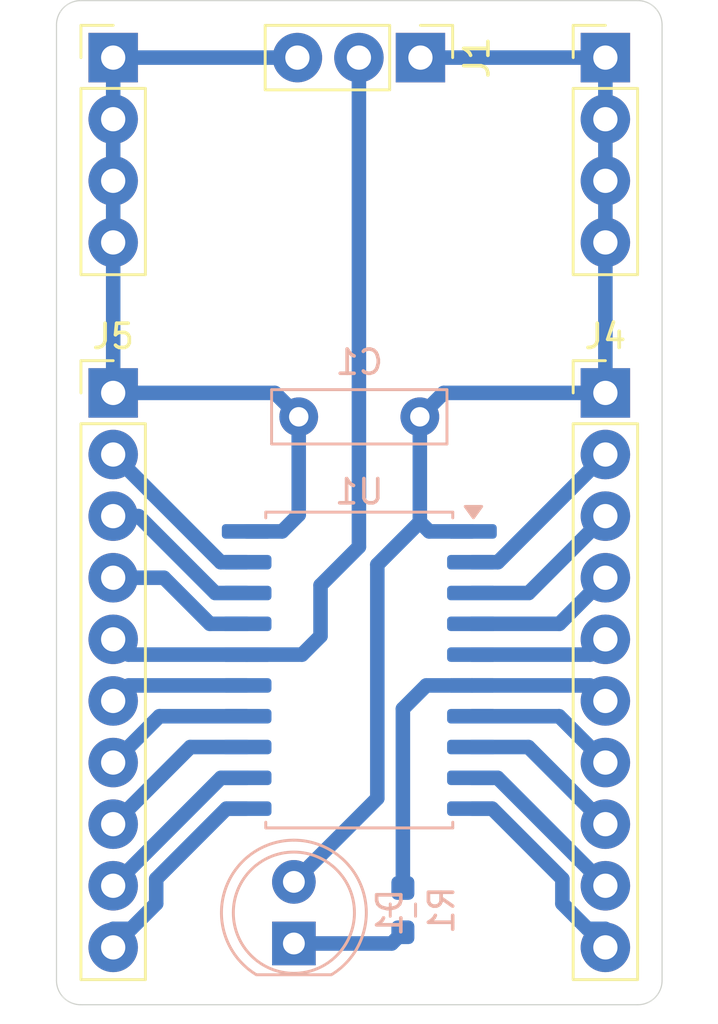
<source format=kicad_pcb>
(kicad_pcb (version 20240108) (generator "pcbnew") (generator_version "8.0")
  (layers (0 "F.Cu" signal) (31 "B.Cu" signal) (34 "B.Paste" user) (35 "F.Paste" user) (36 "B.SilkS" user "B.Silkscreen") (37 "F.SilkS" user "F.Silkscreen") (38 "B.Mask" user) (39 "F.Mask" user) (44 "Edge.Cuts" user))
  (net 0 "")
  (net 1 "+5V")
  (net 2 "GND")
  (net 3 "Net-(D1-K)")
  (net 4 "/UPDI")
  (net 5 "/PB2")
  (net 6 "/PA7")
  (net 7 "/PB3")
  (net 8 "/PA6")
  (net 9 "/PB4")
  (net 10 "/PB1")
  (net 11 "/PB5")
  (net 12 "/PA5")
  (net 13 "/PA4")
  (net 14 "/PA3")
  (net 15 "/PA1")
  (net 16 "/PC1")
  (net 17 "/PC0")
  (net 18 "/PC2")
  (net 19 "/PB0")
  (net 20 "/PC3")
  (net 21 "/PA2")
  (footprint "pl_mill:PinHeader_1x04_P2.54mm_Vertical" (layer "F.Cu") (at 160.16 78.56)
    (property "Reference" "J2" (hide yes))
    (property "Value" "5V")
    (fp_line (start -1.33 -5.14) (end 0 -5.14) (stroke (width 0.12)) (layer "F.SilkS"))
    (fp_line (start -1.33 -3.81) (end -1.33 -5.14) (stroke (width 0.12)) (layer "F.SilkS"))
    (fp_line (start -1.33 -2.54) (end -1.33 5.14) (stroke (width 0.12)) (layer "F.SilkS"))
    (fp_line (start -1.33 -2.54) (end 1.33 -2.54) (stroke (width 0.12)) (layer "F.SilkS"))
    (fp_line (start -1.33 5.14) (end 1.33 5.14) (stroke (width 0.12)) (layer "F.SilkS"))
    (fp_line (start 1.33 -2.54) (end 1.33 5.14) (stroke (width 0.12)) (layer "F.SilkS"))
    (pad "1" thru_hole rect (at 0 -3.81) (size 2.04 2.04) (drill 1) (layers "*.Cu" "*.Mask") (net 1 "+5V"))
    (pad "2" thru_hole oval (at 0 -1.27) (size 2.04 2.04) (drill 1) (layers "*.Cu" "*.Mask") (net 1 "+5V"))
    (pad "3" thru_hole oval (at 0 1.27) (size 2.04 2.04) (drill 1) (layers "*.Cu" "*.Mask") (net 1 "+5V"))
    (pad "4" thru_hole oval (at 0 3.81) (size 2.04 2.04) (drill 1) (layers "*.Cu" "*.Mask") (net 1 "+5V"))
  )
  (footprint "pl_mill:PinHeader_1x10_P2.54mm_Vertical" (layer "F.Cu") (at 160.16 88.575)
    (property "Reference" "J4" (at 0 -2.33 0) (layer "F.SilkS"))
    (property "Value" "Conn_01x10")
    (fp_line (start -1.33 -1.33) (end 0 -1.33) (stroke (width 0.12)) (layer "F.SilkS"))
    (fp_line (start -1.33 0) (end -1.33 -1.33) (stroke (width 0.12)) (layer "F.SilkS"))
    (fp_line (start -1.33 1.27) (end -1.33 24.19) (stroke (width 0.12)) (layer "F.SilkS"))
    (fp_line (start -1.33 1.27) (end 1.33 1.27) (stroke (width 0.12)) (layer "F.SilkS"))
    (fp_line (start -1.33 24.19) (end 1.33 24.19) (stroke (width 0.12)) (layer "F.SilkS"))
    (fp_line (start 1.33 1.27) (end 1.33 24.19) (stroke (width 0.12)) (layer "F.SilkS"))
    (pad "1" thru_hole rect (at 0 0) (size 2.04 2.04) (drill 1) (layers "*.Cu" "*.Mask") (net 1 "+5V"))
    (pad "2" thru_hole oval (at 0 2.54) (size 2.04 2.04) (drill 1) (layers "*.Cu" "*.Mask") (net 13 "/PA4"))
    (pad "3" thru_hole oval (at 0 5.08) (size 2.04 2.04) (drill 1) (layers "*.Cu" "*.Mask") (net 12 "/PA5"))
    (pad "4" thru_hole oval (at 0 7.62) (size 2.04 2.04) (drill 1) (layers "*.Cu" "*.Mask") (net 8 "/PA6"))
    (pad "5" thru_hole oval (at 0 10.16) (size 2.04 2.04) (drill 1) (layers "*.Cu" "*.Mask") (net 6 "/PA7"))
    (pad "6" thru_hole oval (at 0 12.7) (size 2.04 2.04) (drill 1) (layers "*.Cu" "*.Mask") (net 11 "/PB5"))
    (pad "7" thru_hole oval (at 0 15.24) (size 2.04 2.04) (drill 1) (layers "*.Cu" "*.Mask") (net 9 "/PB4"))
    (pad "8" thru_hole oval (at 0 17.78) (size 2.04 2.04) (drill 1) (layers "*.Cu" "*.Mask") (net 7 "/PB3"))
    (pad "9" thru_hole oval (at 0 20.32) (size 2.04 2.04) (drill 1) (layers "*.Cu" "*.Mask") (net 5 "/PB2"))
    (pad "10" thru_hole oval (at 0 22.86) (size 2.04 2.04) (drill 1) (layers "*.Cu" "*.Mask") (net 10 "/PB1"))
  )
  (footprint "pl_mill:PinHeader_1x03_P2.54mm_Vertical" (layer "F.Cu") (at 152.525 74.75 -90)
    (property "Reference" "J1" (at 0 -2.33 90) (layer "F.SilkS"))
    (property "Value" "PROG")
    (fp_line (start -1.33 6.41) (end 1.33 6.41) (stroke (width 0.12)) (layer "F.SilkS"))
    (fp_line (start -1.33 1.27) (end -1.33 6.41) (stroke (width 0.12)) (layer "F.SilkS"))
    (fp_line (start -1.33 1.27) (end 1.33 1.27) (stroke (width 0.12)) (layer "F.SilkS"))
    (fp_line (start 1.33 1.27) (end 1.33 6.41) (stroke (width 0.12)) (layer "F.SilkS"))
    (fp_line (start -1.33 0) (end -1.33 -1.33) (stroke (width 0.12)) (layer "F.SilkS"))
    (fp_line (start -1.33 -1.33) (end 0 -1.33) (stroke (width 0.12)) (layer "F.SilkS"))
    (pad "1" thru_hole rect (at 0 0 270) (size 2.04 2.04) (drill 1) (layers "*.Cu" "*.Mask") (net 1 "+5V"))
    (pad "2" thru_hole oval (at 0 2.54 270) (size 2.04 2.04) (drill 1) (layers "*.Cu" "*.Mask") (net 4 "/UPDI"))
    (pad "3" thru_hole oval (at 0 5.08 270) (size 2.04 2.04) (drill 1) (layers "*.Cu" "*.Mask") (net 2 "GND"))
  )
  (footprint "pl_mill:PinHeader_1x04_P2.54mm_Vertical" (layer "F.Cu") (at 139.84 78.56)
    (property "Reference" "J3" (hide yes))
    (property "Value" "GND")
    (fp_line (start -1.33 -5.14) (end 0 -5.14) (stroke (width 0.12)) (layer "F.SilkS"))
    (fp_line (start -1.33 -3.81) (end -1.33 -5.14) (stroke (width 0.12)) (layer "F.SilkS"))
    (fp_line (start -1.33 -2.54) (end -1.33 5.14) (stroke (width 0.12)) (layer "F.SilkS"))
    (fp_line (start -1.33 -2.54) (end 1.33 -2.54) (stroke (width 0.12)) (layer "F.SilkS"))
    (fp_line (start -1.33 5.14) (end 1.33 5.14) (stroke (width 0.12)) (layer "F.SilkS"))
    (fp_line (start 1.33 -2.54) (end 1.33 5.14) (stroke (width 0.12)) (layer "F.SilkS"))
    (pad "1" thru_hole rect (at 0 -3.81) (size 2.04 2.04) (drill 1) (layers "*.Cu" "*.Mask") (net 2 "GND"))
    (pad "2" thru_hole oval (at 0 -1.27) (size 2.04 2.04) (drill 1) (layers "*.Cu" "*.Mask") (net 2 "GND"))
    (pad "3" thru_hole oval (at 0 1.27) (size 2.04 2.04) (drill 1) (layers "*.Cu" "*.Mask") (net 2 "GND"))
    (pad "4" thru_hole oval (at 0 3.81) (size 2.04 2.04) (drill 1) (layers "*.Cu" "*.Mask") (net 2 "GND"))
  )
  (footprint "pl_mill:PinHeader_1x10_P2.54mm_Vertical" (layer "F.Cu") (at 139.84 88.575)
    (property "Reference" "J5" (at 0 -2.33 0) (layer "F.SilkS"))
    (property "Value" "Conn_01x10")
    (fp_line (start -1.33 -1.33) (end 0 -1.33) (stroke (width 0.12)) (layer "F.SilkS"))
    (fp_line (start -1.33 0) (end -1.33 -1.33) (stroke (width 0.12)) (layer "F.SilkS"))
    (fp_line (start -1.33 1.27) (end -1.33 24.19) (stroke (width 0.12)) (layer "F.SilkS"))
    (fp_line (start -1.33 1.27) (end 1.33 1.27) (stroke (width 0.12)) (layer "F.SilkS"))
    (fp_line (start -1.33 24.19) (end 1.33 24.19) (stroke (width 0.12)) (layer "F.SilkS"))
    (fp_line (start 1.33 1.27) (end 1.33 24.19) (stroke (width 0.12)) (layer "F.SilkS"))
    (pad "1" thru_hole rect (at 0 0) (size 2.04 2.04) (drill 1) (layers "*.Cu" "*.Mask") (net 2 "GND"))
    (pad "2" thru_hole oval (at 0 2.54) (size 2.04 2.04) (drill 1) (layers "*.Cu" "*.Mask") (net 14 "/PA3"))
    (pad "3" thru_hole oval (at 0 5.08) (size 2.04 2.04) (drill 1) (layers "*.Cu" "*.Mask") (net 21 "/PA2"))
    (pad "4" thru_hole oval (at 0 7.62) (size 2.04 2.04) (drill 1) (layers "*.Cu" "*.Mask") (net 15 "/PA1"))
    (pad "5" thru_hole oval (at 0 10.16) (size 2.04 2.04) (drill 1) (layers "*.Cu" "*.Mask") (net 4 "/UPDI"))
    (pad "6" thru_hole oval (at 0 12.7) (size 2.04 2.04) (drill 1) (layers "*.Cu" "*.Mask") (net 20 "/PC3"))
    (pad "7" thru_hole oval (at 0 15.24) (size 2.04 2.04) (drill 1) (layers "*.Cu" "*.Mask") (net 18 "/PC2"))
    (pad "8" thru_hole oval (at 0 17.78) (size 2.04 2.04) (drill 1) (layers "*.Cu" "*.Mask") (net 16 "/PC1"))
    (pad "9" thru_hole oval (at 0 20.32) (size 2.04 2.04) (drill 1) (layers "*.Cu" "*.Mask") (net 17 "/PC0"))
    (pad "10" thru_hole oval (at 0 22.86) (size 2.04 2.04) (drill 1) (layers "*.Cu" "*.Mask") (net 19 "/PB0"))
  )
  (footprint "LED_THT:LED_D5.0mm" (layer "B.Cu") (at 147.3 111.275 90)
    (property "Reference" "D1" (at 1.27 3.96 90) (layer "B.SilkS") (effects (justify mirror)))
    (property "Value" "LED")
    (fp_line (start -1.29 -1.545) (end -1.29 1.545) (stroke (width 0.12)) (layer "B.SilkS"))
    (fp_arc (start -1.29 -1.54483) (mid 2.072002 -2.880433) (end 4.26 0.000462) (stroke (width 0.12)) (layer "B.SilkS"))
    (fp_arc (start 4.26 -0.000462) (mid 2.072002 2.880433) (end -1.29 1.54483) (stroke (width 0.12)) (layer "B.SilkS"))
    (fp_circle (center 1.27 0) (end 3.77 0) (stroke (width 0.12)) (fill none) (layer "B.SilkS"))
    (pad "1" thru_hole rect (at 0 0 90) (size 1.8 1.8) (drill 0.9) (layers "*.Cu" "*.Mask") (net 3 "Net-(D1-K)"))
    (pad "2" thru_hole circle (at 2.54 0 90) (size 1.8 1.8) (drill 0.9) (layers "*.Cu" "*.Mask") (net 1 "+5V"))
  )
  (footprint "Package_SO:SOIC-20W_7.5x12.8mm_P1.27mm" (layer "B.Cu") (at 150 100 180)
    (property "Reference" "U1" (at 0 7.35 180) (layer "B.SilkS") (effects (justify mirror)))
    (property "Value" "ATtiny416-S")
    (fp_line (start 3.86 6.51) (end 0 6.51) (stroke (width 0.12)) (layer "B.SilkS"))
    (fp_line (start 3.86 6.275) (end 3.86 6.51) (stroke (width 0.12)) (layer "B.SilkS"))
    (fp_line (start 3.86 -6.275) (end 3.86 -6.51) (stroke (width 0.12)) (layer "B.SilkS"))
    (fp_line (start 3.86 -6.51) (end 0 -6.51) (stroke (width 0.12)) (layer "B.SilkS"))
    (fp_line (start -3.86 6.51) (end 0 6.51) (stroke (width 0.12)) (layer "B.SilkS"))
    (fp_line (start -3.86 6.275) (end -3.86 6.51) (stroke (width 0.12)) (layer "B.SilkS"))
    (fp_line (start -3.86 -6.275) (end -3.86 -6.51) (stroke (width 0.12)) (layer "B.SilkS"))
    (fp_line (start -3.86 -6.51) (end 0 -6.51) (stroke (width 0.12)) (layer "B.SilkS"))
    (fp_poly (pts (xy -4.7125 6.275) (xy -5.0525 6.745) (xy -4.3725 6.745) (xy -4.7125 6.275)) (stroke (width 0.12)) (fill solid) (layer "B.SilkS"))
    (pad "1" smd roundrect (at -4.65 5.715 180) (size 2.05 0.6) (layers "B.Cu" "B.Paste" "B.Mask") (net 1 "+5V"))
    (pad "2" smd roundrect (at -4.65 4.445 180) (size 2.05 0.6) (layers "B.Cu" "B.Paste" "B.Mask") (net 13 "/PA4"))
    (pad "3" smd roundrect (at -4.65 3.175 180) (size 2.05 0.6) (layers "B.Cu" "B.Paste" "B.Mask") (net 12 "/PA5"))
    (pad "4" smd roundrect (at -4.65 1.905 180) (size 2.05 0.6) (layers "B.Cu" "B.Paste" "B.Mask") (net 8 "/PA6"))
    (pad "5" smd roundrect (at -4.65 0.635 180) (size 2.05 0.6) (layers "B.Cu" "B.Paste" "B.Mask") (net 6 "/PA7"))
    (pad "6" smd roundrect (at -4.65 -0.635 180) (size 2.05 0.6) (layers "B.Cu" "B.Paste" "B.Mask") (net 11 "/PB5"))
    (pad "7" smd roundrect (at -4.65 -1.905 180) (size 2.05 0.6) (layers "B.Cu" "B.Paste" "B.Mask") (net 9 "/PB4"))
    (pad "8" smd roundrect (at -4.65 -3.175 180) (size 2.05 0.6) (layers "B.Cu" "B.Paste" "B.Mask") (net 7 "/PB3"))
    (pad "9" smd roundrect (at -4.65 -4.445 180) (size 2.05 0.6) (layers "B.Cu" "B.Paste" "B.Mask") (net 5 "/PB2"))
    (pad "10" smd roundrect (at -4.65 -5.715 180) (size 2.05 0.6) (layers "B.Cu" "B.Paste" "B.Mask") (net 10 "/PB1"))
    (pad "11" smd roundrect (at 4.65 -5.715 180) (size 2.05 0.6) (layers "B.Cu" "B.Paste" "B.Mask") (net 19 "/PB0"))
    (pad "12" smd roundrect (at 4.65 -4.445 180) (size 2.05 0.6) (layers "B.Cu" "B.Paste" "B.Mask") (net 17 "/PC0"))
    (pad "13" smd roundrect (at 4.65 -3.175 180) (size 2.05 0.6) (layers "B.Cu" "B.Paste" "B.Mask") (net 16 "/PC1"))
    (pad "14" smd roundrect (at 4.65 -1.905 180) (size 2.05 0.6) (layers "B.Cu" "B.Paste" "B.Mask") (net 18 "/PC2"))
    (pad "15" smd roundrect (at 4.65 -0.635 180) (size 2.05 0.6) (layers "B.Cu" "B.Paste" "B.Mask") (net 20 "/PC3"))
    (pad "16" smd roundrect (at 4.65 0.635 180) (size 2.05 0.6) (layers "B.Cu" "B.Paste" "B.Mask") (net 4 "/UPDI"))
    (pad "17" smd roundrect (at 4.65 1.905 180) (size 2.05 0.6) (layers "B.Cu" "B.Paste" "B.Mask") (net 15 "/PA1"))
    (pad "18" smd roundrect (at 4.65 3.175 180) (size 2.05 0.6) (layers "B.Cu" "B.Paste" "B.Mask") (net 21 "/PA2"))
    (pad "19" smd roundrect (at 4.65 4.445 180) (size 2.05 0.6) (layers "B.Cu" "B.Paste" "B.Mask") (net 14 "/PA3"))
    (pad "20" smd roundrect (at 4.65 5.715 180) (size 2.05 0.6) (layers "B.Cu" "B.Paste" "B.Mask") (net 2 "GND"))
  )
  (footprint "Capacitor_THT:C_Rect_L7.0mm_W2.0mm_P5.00mm" (layer "B.Cu") (at 152.5 89.56 180)
    (property "Reference" "C1" (at 2.5 2.25 180) (layer "B.SilkS") (effects (justify mirror)))
    (property "Value" "C")
    (fp_line (start 6.12 1.12) (end -1.12 1.12) (stroke (width 0.12)) (layer "B.SilkS"))
    (fp_line (start 6.12 -1.12) (end 6.12 1.12) (stroke (width 0.12)) (layer "B.SilkS"))
    (fp_line (start 6.12 -1.12) (end -1.12 -1.12) (stroke (width 0.12)) (layer "B.SilkS"))
    (fp_line (start -1.12 -1.12) (end -1.12 1.12) (stroke (width 0.12)) (layer "B.SilkS"))
    (pad "1" thru_hole circle (at 0 0 180) (size 1.6 1.6) (drill 0.8) (layers "*.Cu" "*.Mask") (net 1 "+5V"))
    (pad "2" thru_hole circle (at 5 0 180) (size 1.6 1.6) (drill 0.8) (layers "*.Cu" "*.Mask") (net 2 "GND"))
  )
  (footprint "Resistor_SMD:R_0603_1608Metric_Pad0.98x0.95mm_HandSolder" (layer "B.Cu") (at 151.8 109.9 -90)
    (property "Reference" "R1" (at 0 -1.6 90) (layer "B.SilkS") (effects (justify mirror)))
    (property "Value" "R")
    (fp_line (start 0.254724 0.5225) (end -0.254724 0.5225) (stroke (width 0.12)) (layer "B.SilkS"))
    (fp_line (start 0.254724 -0.5225) (end -0.254724 -0.5225) (stroke (width 0.12)) (layer "B.SilkS"))
    (pad "1" smd roundrect (at -0.9125 0 270) (size 0.975 0.95) (layers "B.Cu" "B.Paste" "B.Mask") (net 11 "/PB5"))
    (pad "2" smd roundrect (at 0.9125 0 270) (size 0.975 0.95) (layers "B.Cu" "B.Paste" "B.Mask") (net 3 "Net-(D1-K)"))
  )
  (gr_arc (start 138.5 113.8) (mid 137.792893 113.507107) (end 137.5 112.8) (stroke (width 0.05)) (layer "Edge.Cuts"))
  (gr_line (start 137.5 112.8) (end 137.5 73.4) (stroke (width 0.05)) (layer "Edge.Cuts"))
  (gr_arc (start 161.5 72.4) (mid 162.207107 72.692893) (end 162.5 73.4) (stroke (width 0.05)) (layer "Edge.Cuts"))
  (gr_line (start 138.5 72.4) (end 161.5 72.4) (stroke (width 0.05)) (layer "Edge.Cuts"))
  (gr_line (start 161.5 113.8) (end 138.5 113.8) (stroke (width 0.05)) (layer "Edge.Cuts"))
  (gr_arc (start 162.5 112.8) (mid 162.207107 113.507107) (end 161.5 113.8) (stroke (width 0.05)) (layer "Edge.Cuts"))
  (gr_arc (start 137.5 73.4) (mid 137.792893 72.692893) (end 138.5 72.4) (stroke (width 0.05)) (layer "Edge.Cuts"))
  (gr_line (start 162.5 73.4) (end 162.5 112.8) (stroke (width 0.05)) (layer "Edge.Cuts"))
  (segment (start 147.3 108.735) (end 150.744 105.291) (width 0.6) (layer "B.Cu") (net 1))
  (segment (start 160.16 77.29) (end 160.16 79.83) (width 0.6) (layer "B.Cu") (net 1))
  (segment (start 152.5 93.9) (end 152.5 89.56) (width 0.6) (layer "B.Cu") (net 1))
  (segment (start 160.16 82.37) (end 160.16 88.575) (width 0.6) (layer "B.Cu") (net 1))
  (segment (start 160.16 74.75) (end 160.16 77.29) (width 0.6) (layer "B.Cu") (net 1))
  (segment (start 152.885 94.285) (end 152.5 93.9) (width 0.6) (layer "B.Cu") (net 1))
  (segment (start 153.485 88.575) (end 152.5 89.56) (width 0.6) (layer "B.Cu") (net 1))
  (segment (start 160.16 79.83) (end 160.16 82.37) (width 0.6) (layer "B.Cu") (net 1))
  (segment (start 152.525 74.75) (end 160.16 74.75) (width 0.6) (layer "B.Cu") (net 1))
  (segment (start 154.65 94.285) (end 152.885 94.285) (width 0.6) (layer "B.Cu") (net 1))
  (segment (start 150.744 95.656) (end 152.5 93.9) (width 0.6) (layer "B.Cu") (net 1))
  (segment (start 150.744 105.291) (end 150.744 95.656) (width 0.6) (layer "B.Cu") (net 1))
  (segment (start 160.16 88.575) (end 153.485 88.575) (width 0.6) (layer "B.Cu") (net 1))
  (segment (start 139.84 77.29) (end 139.84 74.75) (width 0.6) (layer "B.Cu") (net 2))
  (segment (start 139.84 88.575) (end 139.84 82.37) (width 0.6) (layer "B.Cu") (net 2))
  (segment (start 147.5 89.56) (end 147.5 93.6) (width 0.6) (layer "B.Cu") (net 2))
  (segment (start 139.84 88.575) (end 146.515 88.575) (width 0.6) (layer "B.Cu") (net 2))
  (segment (start 139.84 79.83) (end 139.84 77.29) (width 0.6) (layer "B.Cu") (net 2))
  (segment (start 146.815 94.285) (end 145.35 94.285) (width 0.6) (layer "B.Cu") (net 2))
  (segment (start 146.515 88.575) (end 147.5 89.56) (width 0.6) (layer "B.Cu") (net 2))
  (segment (start 147.5 93.6) (end 146.815 94.285) (width 0.6) (layer "B.Cu") (net 2))
  (segment (start 139.84 74.75) (end 147.445 74.75) (width 0.6) (layer "B.Cu") (net 2))
  (segment (start 139.84 82.37) (end 139.84 79.83) (width 0.6) (layer "B.Cu") (net 2))
  (segment (start 151.3375 111.275) (end 151.8 110.8125) (width 0.6) (layer "B.Cu") (net 3))
  (segment (start 147.3 111.275) (end 151.3375 111.275) (width 0.6) (layer "B.Cu") (net 3))
  (segment (start 147.635 99.365) (end 145.35 99.365) (width 0.6) (layer "B.Cu") (net 4))
  (segment (start 145.35 99.365) (end 140.47 99.365) (width 0.6) (layer "B.Cu") (net 4))
  (segment (start 140.47 99.365) (end 139.84 98.735) (width 0.6) (layer "B.Cu") (net 4))
  (segment (start 149.985 74.75) (end 149.985 94.92159) (width 0.6) (layer "B.Cu") (net 4))
  (segment (start 148.4 98.6) (end 147.635 99.365) (width 0.6) (layer "B.Cu") (net 4))
  (segment (start 149.985 94.92159) (end 148.4 96.50659) (width 0.6) (layer "B.Cu") (net 4))
  (segment (start 148.4 96.50659) (end 148.4 98.6) (width 0.6) (layer "B.Cu") (net 4))
  (segment (start 155.71 104.445) (end 160.16 108.895) (width 0.6) (layer "B.Cu") (net 5))
  (segment (start 154.65 104.445) (end 155.71 104.445) (width 0.6) (layer "B.Cu") (net 5))
  (segment (start 154.65 99.365) (end 159.53 99.365) (width 0.6) (layer "B.Cu") (net 6))
  (segment (start 159.53 99.365) (end 160.16 98.735) (width 0.6) (layer "B.Cu") (net 6))
  (segment (start 154.65 103.175) (end 156.98 103.175) (width 0.6) (layer "B.Cu") (net 7))
  (segment (start 156.98 103.175) (end 160.16 106.355) (width 0.6) (layer "B.Cu") (net 7))
  (segment (start 158.26 98.095) (end 160.16 96.195) (width 0.6) (layer "B.Cu") (net 8))
  (segment (start 154.65 98.095) (end 158.26 98.095) (width 0.6) (layer "B.Cu") (net 8))
  (segment (start 154.65 101.905) (end 158.25 101.905) (width 0.6) (layer "B.Cu") (net 9))
  (segment (start 158.25 101.905) (end 160.16 103.815) (width 0.6) (layer "B.Cu") (net 9))
  (segment (start 160.16 110.671) (end 160.16 111.435) (width 0.6) (layer "B.Cu") (net 10))
  (segment (start 158.384 109.630644) (end 159.424356 110.671) (width 0.6) (layer "B.Cu") (net 10))
  (segment (start 158.384 108.61241) (end 158.384 109.630644) (width 0.6) (layer "B.Cu") (net 10))
  (segment (start 154.65 105.715) (end 155.48659 105.715) (width 0.6) (layer "B.Cu") (net 10))
  (segment (start 155.48659 105.715) (end 158.384 108.61241) (width 0.6) (layer "B.Cu") (net 10))
  (segment (start 159.424356 110.671) (end 160.16 110.671) (width 0.6) (layer "B.Cu") (net 10))
  (segment (start 151.8 101.6) (end 152.765 100.635) (width 0.6) (layer "B.Cu") (net 11))
  (segment (start 152.765 100.635) (end 154.65 100.635) (width 0.6) (layer "B.Cu") (net 11))
  (segment (start 154.65 100.635) (end 159.52 100.635) (width 0.6) (layer "B.Cu") (net 11))
  (segment (start 151.8 108.9875) (end 151.8 101.6) (width 0.6) (layer "B.Cu") (net 11))
  (segment (start 159.52 100.635) (end 160.16 101.275) (width 0.6) (layer "B.Cu") (net 11))
  (segment (start 154.65 96.825) (end 156.99 96.825) (width 0.6) (layer "B.Cu") (net 12))
  (segment (start 156.99 96.825) (end 160.16 93.655) (width 0.6) (layer "B.Cu") (net 12))
  (segment (start 154.65 95.555) (end 155.72 95.555) (width 0.6) (layer "B.Cu") (net 13))
  (segment (start 155.72 95.555) (end 160.16 91.115) (width 0.6) (layer "B.Cu") (net 13))
  (segment (start 144.28 95.555) (end 139.84 91.115) (width 0.6) (layer "B.Cu") (net 14))
  (segment (start 145.35 95.555) (end 144.28 95.555) (width 0.6) (layer "B.Cu") (net 14))
  (segment (start 143.83318 98.095) (end 141.93318 96.195) (width 0.6) (layer "B.Cu") (net 15))
  (segment (start 145.35 98.095) (end 143.83318 98.095) (width 0.6) (layer "B.Cu") (net 15))
  (segment (start 141.93318 96.195) (end 139.84 96.195) (width 0.6) (layer "B.Cu") (net 15))
  (segment (start 139.845 106.355) (end 139.84 106.355) (width 0.6) (layer "B.Cu") (net 16))
  (segment (start 145.35 103.175) (end 143.025 103.175) (width 0.6) (layer "B.Cu") (net 16))
  (segment (start 143.025 103.175) (end 139.845 106.355) (width 0.6) (layer "B.Cu") (net 16))
  (segment (start 144.29 104.445) (end 139.84 108.895) (width 0.6) (layer "B.Cu") (net 17))
  (segment (start 145.35 104.445) (end 144.29 104.445) (width 0.6) (layer "B.Cu") (net 17))
  (segment (start 145.35 101.905) (end 141.75 101.905) (width 0.6) (layer "B.Cu") (net 18))
  (segment (start 141.75 101.905) (end 139.84 103.815) (width 0.6) (layer "B.Cu") (net 18))
  (segment (start 145.35 105.715) (end 144.51341 105.715) (width 0.6) (layer "B.Cu") (net 19))
  (segment (start 139.84 110.671) (end 139.84 111.435) (width 0.6) (layer "B.Cu") (net 19))
  (segment (start 140.575644 110.671) (end 139.84 110.671) (width 0.6) (layer "B.Cu") (net 19))
  (segment (start 144.51341 105.715) (end 141.616 108.61241) (width 0.6) (layer "B.Cu") (net 19))
  (segment (start 141.616 109.630644) (end 140.575644 110.671) (width 0.6) (layer "B.Cu") (net 19))
  (segment (start 141.616 108.61241) (end 141.616 109.630644) (width 0.6) (layer "B.Cu") (net 19))
  (segment (start 140.48 100.635) (end 139.84 101.275) (width 0.6) (layer "B.Cu") (net 20))
  (segment (start 145.35 100.635) (end 140.48 100.635) (width 0.6) (layer "B.Cu") (net 20))
  (segment (start 144.05659 96.825) (end 140.88659 93.655) (width 0.6) (layer "B.Cu") (net 21))
  (segment (start 140.88659 93.655) (end 139.84 93.655) (width 0.6) (layer "B.Cu") (net 21))
  (segment (start 145.35 96.825) (end 144.05659 96.825) (width 0.6) (layer "B.Cu") (net 21))
)
</source>
